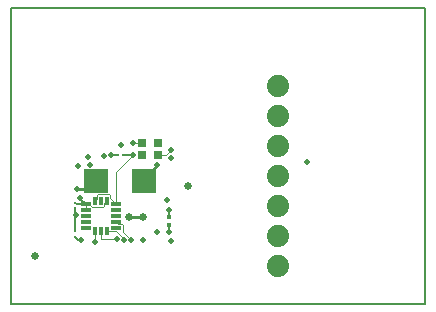
<source format=gbl>
G75*
%MOIN*%
%OFA0B0*%
%FSLAX25Y25*%
%IPPOS*%
%LPD*%
%AMOC8*
5,1,8,0,0,1.08239X$1,22.5*
%
%ADD10C,0.00600*%
%ADD11R,0.03642X0.01181*%
%ADD12R,0.01181X0.03150*%
%ADD13R,0.00984X0.00984*%
%ADD14R,0.01575X0.01378*%
%ADD15R,0.02953X0.02756*%
%ADD16C,0.07400*%
%ADD17R,0.07874X0.07874*%
%ADD18C,0.00400*%
%ADD19C,0.02000*%
%ADD20C,0.00500*%
%ADD21C,0.02578*%
%ADD22C,0.01000*%
D10*
X0001300Y0001300D02*
X0139095Y0001300D01*
X0139095Y0099725D01*
X0001300Y0099725D01*
X0001300Y0001300D01*
X0026050Y0034465D02*
X0024295Y0036220D01*
X0024284Y0036421D01*
X0023202Y0039465D02*
X0023313Y0039576D01*
D11*
X0026050Y0034465D03*
X0026050Y0032497D03*
X0026050Y0030528D03*
X0026050Y0028560D03*
X0026050Y0026591D03*
X0036188Y0026591D03*
X0036188Y0028560D03*
X0036188Y0030528D03*
X0036188Y0032497D03*
X0036188Y0034465D03*
D12*
X0033087Y0035548D03*
X0031119Y0035548D03*
X0029150Y0035548D03*
X0029150Y0025509D03*
X0031119Y0025509D03*
X0033087Y0025509D03*
D13*
X0022690Y0025377D03*
X0022690Y0023577D03*
X0022702Y0033140D03*
X0022702Y0034940D03*
X0036735Y0050891D03*
X0038535Y0050891D03*
D14*
X0053914Y0030087D03*
X0053914Y0027646D03*
D15*
X0050261Y0050863D03*
X0044946Y0050863D03*
X0044946Y0054800D03*
X0050261Y0054800D03*
D16*
X0090260Y0053992D03*
X0090260Y0063992D03*
X0090260Y0073992D03*
X0090260Y0043992D03*
X0090260Y0033992D03*
X0090260Y0023992D03*
X0090260Y0013992D03*
D17*
X0045387Y0042301D03*
X0029639Y0042301D03*
D18*
X0030280Y0037723D02*
X0033926Y0037723D01*
X0034278Y0037371D01*
X0034278Y0036375D01*
X0036188Y0034465D01*
X0036188Y0045204D01*
X0041906Y0050922D01*
X0041744Y0054787D02*
X0041756Y0054800D01*
X0044946Y0054800D01*
X0050261Y0050863D02*
X0052831Y0050863D01*
X0054450Y0052481D01*
X0033087Y0035548D02*
X0032309Y0034770D01*
X0032309Y0033725D01*
X0031958Y0033373D01*
X0028311Y0033373D01*
X0027219Y0034465D01*
X0026050Y0034465D01*
X0026050Y0032497D01*
X0029150Y0035548D02*
X0029928Y0036326D01*
X0029928Y0037371D01*
X0030280Y0037723D01*
X0036188Y0028560D02*
X0036966Y0027782D01*
X0038257Y0027782D01*
X0038609Y0027430D01*
X0038609Y0025324D01*
X0041356Y0022577D01*
X0038956Y0022577D02*
X0038156Y0023377D01*
X0038156Y0023467D01*
X0036222Y0025401D01*
X0034118Y0025401D01*
X0034011Y0025509D01*
X0033087Y0025509D01*
X0031119Y0025509D02*
X0031119Y0023048D01*
X0031363Y0022804D01*
X0036548Y0022745D01*
X0029150Y0022540D02*
X0029095Y0021918D01*
X0029150Y0022540D02*
X0029150Y0025509D01*
D19*
X0024607Y0022619D03*
X0029095Y0021918D03*
X0036548Y0022745D03*
X0038956Y0022577D03*
X0041356Y0022577D03*
X0045174Y0022577D03*
X0049860Y0025084D03*
X0053981Y0025233D03*
X0054603Y0022223D03*
X0053855Y0032359D03*
X0053135Y0035728D03*
X0049733Y0047496D03*
X0054631Y0049926D03*
X0054450Y0052481D03*
X0041906Y0050922D03*
X0037883Y0054072D03*
X0041744Y0054787D03*
X0034603Y0050894D03*
X0032203Y0050574D03*
X0026709Y0050070D03*
X0027497Y0047670D03*
X0023469Y0047224D03*
X0023202Y0039465D03*
X0024284Y0036421D03*
X0022741Y0031020D03*
X0099725Y0048544D03*
D20*
X0053855Y0032359D02*
X0053855Y0030146D01*
X0053914Y0030087D01*
X0053914Y0027646D02*
X0053914Y0025300D01*
X0053981Y0025233D01*
X0026050Y0034465D02*
X0023176Y0034465D01*
X0022702Y0034940D01*
X0022702Y0033140D02*
X0022702Y0031060D01*
X0022690Y0031048D01*
X0022690Y0025377D01*
X0022690Y0023577D02*
X0023648Y0022619D01*
X0024607Y0022619D01*
X0022741Y0031020D02*
X0022702Y0031060D01*
X0034607Y0050891D02*
X0034603Y0050894D01*
X0034607Y0050891D02*
X0036735Y0050891D01*
X0038535Y0050891D02*
X0041875Y0050891D01*
X0041906Y0050922D01*
D21*
X0060355Y0040670D03*
X0045197Y0030053D03*
X0040386Y0030107D03*
X0009174Y0017048D03*
D22*
X0040386Y0030107D02*
X0045143Y0030107D01*
X0045197Y0030053D01*
X0045387Y0042301D02*
X0045387Y0042708D01*
X0049733Y0047496D01*
X0029639Y0042301D02*
X0026914Y0039576D01*
X0023313Y0039576D01*
M02*

</source>
